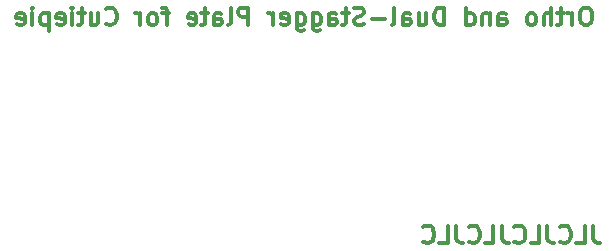
<source format=gbo>
%TF.GenerationSoftware,KiCad,Pcbnew,7.0.6*%
%TF.CreationDate,2023-09-25T15:03:34-04:00*%
%TF.ProjectId,ortho-dual-stagger-cutiepie-plate,6f727468-6f2d-4647-9561-6c2d73746167,rev?*%
%TF.SameCoordinates,PX3164967PY797ec76*%
%TF.FileFunction,Legend,Bot*%
%TF.FilePolarity,Positive*%
%FSLAX46Y46*%
G04 Gerber Fmt 4.6, Leading zero omitted, Abs format (unit mm)*
G04 Created by KiCad (PCBNEW 7.0.6) date 2023-09-25 15:03:34*
%MOMM*%
%LPD*%
G01*
G04 APERTURE LIST*
%ADD10C,0.300000*%
G04 APERTURE END LIST*
D10*
X195613064Y25791747D02*
X195327350Y25791747D01*
X195327350Y25791747D02*
X195184493Y25720318D01*
X195184493Y25720318D02*
X195041636Y25577461D01*
X195041636Y25577461D02*
X194970207Y25291747D01*
X194970207Y25291747D02*
X194970207Y24791747D01*
X194970207Y24791747D02*
X195041636Y24506033D01*
X195041636Y24506033D02*
X195184493Y24363175D01*
X195184493Y24363175D02*
X195327350Y24291747D01*
X195327350Y24291747D02*
X195613064Y24291747D01*
X195613064Y24291747D02*
X195755922Y24363175D01*
X195755922Y24363175D02*
X195898779Y24506033D01*
X195898779Y24506033D02*
X195970207Y24791747D01*
X195970207Y24791747D02*
X195970207Y25291747D01*
X195970207Y25291747D02*
X195898779Y25577461D01*
X195898779Y25577461D02*
X195755922Y25720318D01*
X195755922Y25720318D02*
X195613064Y25791747D01*
X194327350Y24291747D02*
X194327350Y25291747D01*
X194327350Y25006033D02*
X194255921Y25148890D01*
X194255921Y25148890D02*
X194184493Y25220318D01*
X194184493Y25220318D02*
X194041635Y25291747D01*
X194041635Y25291747D02*
X193898778Y25291747D01*
X193613064Y25291747D02*
X193041636Y25291747D01*
X193398779Y25791747D02*
X193398779Y24506033D01*
X193398779Y24506033D02*
X193327350Y24363175D01*
X193327350Y24363175D02*
X193184493Y24291747D01*
X193184493Y24291747D02*
X193041636Y24291747D01*
X192541636Y24291747D02*
X192541636Y25791747D01*
X191898779Y24291747D02*
X191898779Y25077461D01*
X191898779Y25077461D02*
X191970207Y25220318D01*
X191970207Y25220318D02*
X192113064Y25291747D01*
X192113064Y25291747D02*
X192327350Y25291747D01*
X192327350Y25291747D02*
X192470207Y25220318D01*
X192470207Y25220318D02*
X192541636Y25148890D01*
X190970207Y24291747D02*
X191113064Y24363175D01*
X191113064Y24363175D02*
X191184493Y24434604D01*
X191184493Y24434604D02*
X191255921Y24577461D01*
X191255921Y24577461D02*
X191255921Y25006033D01*
X191255921Y25006033D02*
X191184493Y25148890D01*
X191184493Y25148890D02*
X191113064Y25220318D01*
X191113064Y25220318D02*
X190970207Y25291747D01*
X190970207Y25291747D02*
X190755921Y25291747D01*
X190755921Y25291747D02*
X190613064Y25220318D01*
X190613064Y25220318D02*
X190541636Y25148890D01*
X190541636Y25148890D02*
X190470207Y25006033D01*
X190470207Y25006033D02*
X190470207Y24577461D01*
X190470207Y24577461D02*
X190541636Y24434604D01*
X190541636Y24434604D02*
X190613064Y24363175D01*
X190613064Y24363175D02*
X190755921Y24291747D01*
X190755921Y24291747D02*
X190970207Y24291747D01*
X188041636Y24291747D02*
X188041636Y25077461D01*
X188041636Y25077461D02*
X188113064Y25220318D01*
X188113064Y25220318D02*
X188255921Y25291747D01*
X188255921Y25291747D02*
X188541636Y25291747D01*
X188541636Y25291747D02*
X188684493Y25220318D01*
X188041636Y24363175D02*
X188184493Y24291747D01*
X188184493Y24291747D02*
X188541636Y24291747D01*
X188541636Y24291747D02*
X188684493Y24363175D01*
X188684493Y24363175D02*
X188755921Y24506033D01*
X188755921Y24506033D02*
X188755921Y24648890D01*
X188755921Y24648890D02*
X188684493Y24791747D01*
X188684493Y24791747D02*
X188541636Y24863175D01*
X188541636Y24863175D02*
X188184493Y24863175D01*
X188184493Y24863175D02*
X188041636Y24934604D01*
X187327350Y25291747D02*
X187327350Y24291747D01*
X187327350Y25148890D02*
X187255921Y25220318D01*
X187255921Y25220318D02*
X187113064Y25291747D01*
X187113064Y25291747D02*
X186898778Y25291747D01*
X186898778Y25291747D02*
X186755921Y25220318D01*
X186755921Y25220318D02*
X186684493Y25077461D01*
X186684493Y25077461D02*
X186684493Y24291747D01*
X185327350Y24291747D02*
X185327350Y25791747D01*
X185327350Y24363175D02*
X185470207Y24291747D01*
X185470207Y24291747D02*
X185755921Y24291747D01*
X185755921Y24291747D02*
X185898778Y24363175D01*
X185898778Y24363175D02*
X185970207Y24434604D01*
X185970207Y24434604D02*
X186041635Y24577461D01*
X186041635Y24577461D02*
X186041635Y25006033D01*
X186041635Y25006033D02*
X185970207Y25148890D01*
X185970207Y25148890D02*
X185898778Y25220318D01*
X185898778Y25220318D02*
X185755921Y25291747D01*
X185755921Y25291747D02*
X185470207Y25291747D01*
X185470207Y25291747D02*
X185327350Y25220318D01*
X183470207Y24291747D02*
X183470207Y25791747D01*
X183470207Y25791747D02*
X183113064Y25791747D01*
X183113064Y25791747D02*
X182898778Y25720318D01*
X182898778Y25720318D02*
X182755921Y25577461D01*
X182755921Y25577461D02*
X182684492Y25434604D01*
X182684492Y25434604D02*
X182613064Y25148890D01*
X182613064Y25148890D02*
X182613064Y24934604D01*
X182613064Y24934604D02*
X182684492Y24648890D01*
X182684492Y24648890D02*
X182755921Y24506033D01*
X182755921Y24506033D02*
X182898778Y24363175D01*
X182898778Y24363175D02*
X183113064Y24291747D01*
X183113064Y24291747D02*
X183470207Y24291747D01*
X181327350Y25291747D02*
X181327350Y24291747D01*
X181970207Y25291747D02*
X181970207Y24506033D01*
X181970207Y24506033D02*
X181898778Y24363175D01*
X181898778Y24363175D02*
X181755921Y24291747D01*
X181755921Y24291747D02*
X181541635Y24291747D01*
X181541635Y24291747D02*
X181398778Y24363175D01*
X181398778Y24363175D02*
X181327350Y24434604D01*
X179970207Y24291747D02*
X179970207Y25077461D01*
X179970207Y25077461D02*
X180041635Y25220318D01*
X180041635Y25220318D02*
X180184492Y25291747D01*
X180184492Y25291747D02*
X180470207Y25291747D01*
X180470207Y25291747D02*
X180613064Y25220318D01*
X179970207Y24363175D02*
X180113064Y24291747D01*
X180113064Y24291747D02*
X180470207Y24291747D01*
X180470207Y24291747D02*
X180613064Y24363175D01*
X180613064Y24363175D02*
X180684492Y24506033D01*
X180684492Y24506033D02*
X180684492Y24648890D01*
X180684492Y24648890D02*
X180613064Y24791747D01*
X180613064Y24791747D02*
X180470207Y24863175D01*
X180470207Y24863175D02*
X180113064Y24863175D01*
X180113064Y24863175D02*
X179970207Y24934604D01*
X179041635Y24291747D02*
X179184492Y24363175D01*
X179184492Y24363175D02*
X179255921Y24506033D01*
X179255921Y24506033D02*
X179255921Y25791747D01*
X178470207Y24863175D02*
X177327350Y24863175D01*
X176684492Y24363175D02*
X176470207Y24291747D01*
X176470207Y24291747D02*
X176113064Y24291747D01*
X176113064Y24291747D02*
X175970207Y24363175D01*
X175970207Y24363175D02*
X175898778Y24434604D01*
X175898778Y24434604D02*
X175827349Y24577461D01*
X175827349Y24577461D02*
X175827349Y24720318D01*
X175827349Y24720318D02*
X175898778Y24863175D01*
X175898778Y24863175D02*
X175970207Y24934604D01*
X175970207Y24934604D02*
X176113064Y25006033D01*
X176113064Y25006033D02*
X176398778Y25077461D01*
X176398778Y25077461D02*
X176541635Y25148890D01*
X176541635Y25148890D02*
X176613064Y25220318D01*
X176613064Y25220318D02*
X176684492Y25363175D01*
X176684492Y25363175D02*
X176684492Y25506033D01*
X176684492Y25506033D02*
X176613064Y25648890D01*
X176613064Y25648890D02*
X176541635Y25720318D01*
X176541635Y25720318D02*
X176398778Y25791747D01*
X176398778Y25791747D02*
X176041635Y25791747D01*
X176041635Y25791747D02*
X175827349Y25720318D01*
X175398778Y25291747D02*
X174827350Y25291747D01*
X175184493Y25791747D02*
X175184493Y24506033D01*
X175184493Y24506033D02*
X175113064Y24363175D01*
X175113064Y24363175D02*
X174970207Y24291747D01*
X174970207Y24291747D02*
X174827350Y24291747D01*
X173684493Y24291747D02*
X173684493Y25077461D01*
X173684493Y25077461D02*
X173755921Y25220318D01*
X173755921Y25220318D02*
X173898778Y25291747D01*
X173898778Y25291747D02*
X174184493Y25291747D01*
X174184493Y25291747D02*
X174327350Y25220318D01*
X173684493Y24363175D02*
X173827350Y24291747D01*
X173827350Y24291747D02*
X174184493Y24291747D01*
X174184493Y24291747D02*
X174327350Y24363175D01*
X174327350Y24363175D02*
X174398778Y24506033D01*
X174398778Y24506033D02*
X174398778Y24648890D01*
X174398778Y24648890D02*
X174327350Y24791747D01*
X174327350Y24791747D02*
X174184493Y24863175D01*
X174184493Y24863175D02*
X173827350Y24863175D01*
X173827350Y24863175D02*
X173684493Y24934604D01*
X172327350Y25291747D02*
X172327350Y24077461D01*
X172327350Y24077461D02*
X172398778Y23934604D01*
X172398778Y23934604D02*
X172470207Y23863175D01*
X172470207Y23863175D02*
X172613064Y23791747D01*
X172613064Y23791747D02*
X172827350Y23791747D01*
X172827350Y23791747D02*
X172970207Y23863175D01*
X172327350Y24363175D02*
X172470207Y24291747D01*
X172470207Y24291747D02*
X172755921Y24291747D01*
X172755921Y24291747D02*
X172898778Y24363175D01*
X172898778Y24363175D02*
X172970207Y24434604D01*
X172970207Y24434604D02*
X173041635Y24577461D01*
X173041635Y24577461D02*
X173041635Y25006033D01*
X173041635Y25006033D02*
X172970207Y25148890D01*
X172970207Y25148890D02*
X172898778Y25220318D01*
X172898778Y25220318D02*
X172755921Y25291747D01*
X172755921Y25291747D02*
X172470207Y25291747D01*
X172470207Y25291747D02*
X172327350Y25220318D01*
X170970207Y25291747D02*
X170970207Y24077461D01*
X170970207Y24077461D02*
X171041635Y23934604D01*
X171041635Y23934604D02*
X171113064Y23863175D01*
X171113064Y23863175D02*
X171255921Y23791747D01*
X171255921Y23791747D02*
X171470207Y23791747D01*
X171470207Y23791747D02*
X171613064Y23863175D01*
X170970207Y24363175D02*
X171113064Y24291747D01*
X171113064Y24291747D02*
X171398778Y24291747D01*
X171398778Y24291747D02*
X171541635Y24363175D01*
X171541635Y24363175D02*
X171613064Y24434604D01*
X171613064Y24434604D02*
X171684492Y24577461D01*
X171684492Y24577461D02*
X171684492Y25006033D01*
X171684492Y25006033D02*
X171613064Y25148890D01*
X171613064Y25148890D02*
X171541635Y25220318D01*
X171541635Y25220318D02*
X171398778Y25291747D01*
X171398778Y25291747D02*
X171113064Y25291747D01*
X171113064Y25291747D02*
X170970207Y25220318D01*
X169684492Y24363175D02*
X169827349Y24291747D01*
X169827349Y24291747D02*
X170113064Y24291747D01*
X170113064Y24291747D02*
X170255921Y24363175D01*
X170255921Y24363175D02*
X170327349Y24506033D01*
X170327349Y24506033D02*
X170327349Y25077461D01*
X170327349Y25077461D02*
X170255921Y25220318D01*
X170255921Y25220318D02*
X170113064Y25291747D01*
X170113064Y25291747D02*
X169827349Y25291747D01*
X169827349Y25291747D02*
X169684492Y25220318D01*
X169684492Y25220318D02*
X169613064Y25077461D01*
X169613064Y25077461D02*
X169613064Y24934604D01*
X169613064Y24934604D02*
X170327349Y24791747D01*
X168970207Y24291747D02*
X168970207Y25291747D01*
X168970207Y25006033D02*
X168898778Y25148890D01*
X168898778Y25148890D02*
X168827350Y25220318D01*
X168827350Y25220318D02*
X168684492Y25291747D01*
X168684492Y25291747D02*
X168541635Y25291747D01*
X166898779Y24291747D02*
X166898779Y25791747D01*
X166898779Y25791747D02*
X166327350Y25791747D01*
X166327350Y25791747D02*
X166184493Y25720318D01*
X166184493Y25720318D02*
X166113064Y25648890D01*
X166113064Y25648890D02*
X166041636Y25506033D01*
X166041636Y25506033D02*
X166041636Y25291747D01*
X166041636Y25291747D02*
X166113064Y25148890D01*
X166113064Y25148890D02*
X166184493Y25077461D01*
X166184493Y25077461D02*
X166327350Y25006033D01*
X166327350Y25006033D02*
X166898779Y25006033D01*
X165184493Y24291747D02*
X165327350Y24363175D01*
X165327350Y24363175D02*
X165398779Y24506033D01*
X165398779Y24506033D02*
X165398779Y25791747D01*
X163970208Y24291747D02*
X163970208Y25077461D01*
X163970208Y25077461D02*
X164041636Y25220318D01*
X164041636Y25220318D02*
X164184493Y25291747D01*
X164184493Y25291747D02*
X164470208Y25291747D01*
X164470208Y25291747D02*
X164613065Y25220318D01*
X163970208Y24363175D02*
X164113065Y24291747D01*
X164113065Y24291747D02*
X164470208Y24291747D01*
X164470208Y24291747D02*
X164613065Y24363175D01*
X164613065Y24363175D02*
X164684493Y24506033D01*
X164684493Y24506033D02*
X164684493Y24648890D01*
X164684493Y24648890D02*
X164613065Y24791747D01*
X164613065Y24791747D02*
X164470208Y24863175D01*
X164470208Y24863175D02*
X164113065Y24863175D01*
X164113065Y24863175D02*
X163970208Y24934604D01*
X163470207Y25291747D02*
X162898779Y25291747D01*
X163255922Y25791747D02*
X163255922Y24506033D01*
X163255922Y24506033D02*
X163184493Y24363175D01*
X163184493Y24363175D02*
X163041636Y24291747D01*
X163041636Y24291747D02*
X162898779Y24291747D01*
X161827350Y24363175D02*
X161970207Y24291747D01*
X161970207Y24291747D02*
X162255922Y24291747D01*
X162255922Y24291747D02*
X162398779Y24363175D01*
X162398779Y24363175D02*
X162470207Y24506033D01*
X162470207Y24506033D02*
X162470207Y25077461D01*
X162470207Y25077461D02*
X162398779Y25220318D01*
X162398779Y25220318D02*
X162255922Y25291747D01*
X162255922Y25291747D02*
X161970207Y25291747D01*
X161970207Y25291747D02*
X161827350Y25220318D01*
X161827350Y25220318D02*
X161755922Y25077461D01*
X161755922Y25077461D02*
X161755922Y24934604D01*
X161755922Y24934604D02*
X162470207Y24791747D01*
X160184493Y25291747D02*
X159613065Y25291747D01*
X159970208Y24291747D02*
X159970208Y25577461D01*
X159970208Y25577461D02*
X159898779Y25720318D01*
X159898779Y25720318D02*
X159755922Y25791747D01*
X159755922Y25791747D02*
X159613065Y25791747D01*
X158898779Y24291747D02*
X159041636Y24363175D01*
X159041636Y24363175D02*
X159113065Y24434604D01*
X159113065Y24434604D02*
X159184493Y24577461D01*
X159184493Y24577461D02*
X159184493Y25006033D01*
X159184493Y25006033D02*
X159113065Y25148890D01*
X159113065Y25148890D02*
X159041636Y25220318D01*
X159041636Y25220318D02*
X158898779Y25291747D01*
X158898779Y25291747D02*
X158684493Y25291747D01*
X158684493Y25291747D02*
X158541636Y25220318D01*
X158541636Y25220318D02*
X158470208Y25148890D01*
X158470208Y25148890D02*
X158398779Y25006033D01*
X158398779Y25006033D02*
X158398779Y24577461D01*
X158398779Y24577461D02*
X158470208Y24434604D01*
X158470208Y24434604D02*
X158541636Y24363175D01*
X158541636Y24363175D02*
X158684493Y24291747D01*
X158684493Y24291747D02*
X158898779Y24291747D01*
X157755922Y24291747D02*
X157755922Y25291747D01*
X157755922Y25006033D02*
X157684493Y25148890D01*
X157684493Y25148890D02*
X157613065Y25220318D01*
X157613065Y25220318D02*
X157470207Y25291747D01*
X157470207Y25291747D02*
X157327350Y25291747D01*
X154827351Y24434604D02*
X154898779Y24363175D01*
X154898779Y24363175D02*
X155113065Y24291747D01*
X155113065Y24291747D02*
X155255922Y24291747D01*
X155255922Y24291747D02*
X155470208Y24363175D01*
X155470208Y24363175D02*
X155613065Y24506033D01*
X155613065Y24506033D02*
X155684494Y24648890D01*
X155684494Y24648890D02*
X155755922Y24934604D01*
X155755922Y24934604D02*
X155755922Y25148890D01*
X155755922Y25148890D02*
X155684494Y25434604D01*
X155684494Y25434604D02*
X155613065Y25577461D01*
X155613065Y25577461D02*
X155470208Y25720318D01*
X155470208Y25720318D02*
X155255922Y25791747D01*
X155255922Y25791747D02*
X155113065Y25791747D01*
X155113065Y25791747D02*
X154898779Y25720318D01*
X154898779Y25720318D02*
X154827351Y25648890D01*
X153541637Y25291747D02*
X153541637Y24291747D01*
X154184494Y25291747D02*
X154184494Y24506033D01*
X154184494Y24506033D02*
X154113065Y24363175D01*
X154113065Y24363175D02*
X153970208Y24291747D01*
X153970208Y24291747D02*
X153755922Y24291747D01*
X153755922Y24291747D02*
X153613065Y24363175D01*
X153613065Y24363175D02*
X153541637Y24434604D01*
X153041636Y25291747D02*
X152470208Y25291747D01*
X152827351Y25791747D02*
X152827351Y24506033D01*
X152827351Y24506033D02*
X152755922Y24363175D01*
X152755922Y24363175D02*
X152613065Y24291747D01*
X152613065Y24291747D02*
X152470208Y24291747D01*
X151970208Y24291747D02*
X151970208Y25291747D01*
X151970208Y25791747D02*
X152041636Y25720318D01*
X152041636Y25720318D02*
X151970208Y25648890D01*
X151970208Y25648890D02*
X151898779Y25720318D01*
X151898779Y25720318D02*
X151970208Y25791747D01*
X151970208Y25791747D02*
X151970208Y25648890D01*
X150684493Y24363175D02*
X150827350Y24291747D01*
X150827350Y24291747D02*
X151113065Y24291747D01*
X151113065Y24291747D02*
X151255922Y24363175D01*
X151255922Y24363175D02*
X151327350Y24506033D01*
X151327350Y24506033D02*
X151327350Y25077461D01*
X151327350Y25077461D02*
X151255922Y25220318D01*
X151255922Y25220318D02*
X151113065Y25291747D01*
X151113065Y25291747D02*
X150827350Y25291747D01*
X150827350Y25291747D02*
X150684493Y25220318D01*
X150684493Y25220318D02*
X150613065Y25077461D01*
X150613065Y25077461D02*
X150613065Y24934604D01*
X150613065Y24934604D02*
X151327350Y24791747D01*
X149970208Y25291747D02*
X149970208Y23791747D01*
X149970208Y25220318D02*
X149827351Y25291747D01*
X149827351Y25291747D02*
X149541636Y25291747D01*
X149541636Y25291747D02*
X149398779Y25220318D01*
X149398779Y25220318D02*
X149327351Y25148890D01*
X149327351Y25148890D02*
X149255922Y25006033D01*
X149255922Y25006033D02*
X149255922Y24577461D01*
X149255922Y24577461D02*
X149327351Y24434604D01*
X149327351Y24434604D02*
X149398779Y24363175D01*
X149398779Y24363175D02*
X149541636Y24291747D01*
X149541636Y24291747D02*
X149827351Y24291747D01*
X149827351Y24291747D02*
X149970208Y24363175D01*
X148613065Y24291747D02*
X148613065Y25291747D01*
X148613065Y25791747D02*
X148684493Y25720318D01*
X148684493Y25720318D02*
X148613065Y25648890D01*
X148613065Y25648890D02*
X148541636Y25720318D01*
X148541636Y25720318D02*
X148613065Y25791747D01*
X148613065Y25791747D02*
X148613065Y25648890D01*
X147327350Y24363175D02*
X147470207Y24291747D01*
X147470207Y24291747D02*
X147755922Y24291747D01*
X147755922Y24291747D02*
X147898779Y24363175D01*
X147898779Y24363175D02*
X147970207Y24506033D01*
X147970207Y24506033D02*
X147970207Y25077461D01*
X147970207Y25077461D02*
X147898779Y25220318D01*
X147898779Y25220318D02*
X147755922Y25291747D01*
X147755922Y25291747D02*
X147470207Y25291747D01*
X147470207Y25291747D02*
X147327350Y25220318D01*
X147327350Y25220318D02*
X147255922Y25077461D01*
X147255922Y25077461D02*
X147255922Y24934604D01*
X147255922Y24934604D02*
X147970207Y24791747D01*
X196065520Y7337044D02*
X196065520Y6265615D01*
X196065520Y6265615D02*
X196136949Y6051330D01*
X196136949Y6051330D02*
X196279806Y5908472D01*
X196279806Y5908472D02*
X196494092Y5837044D01*
X196494092Y5837044D02*
X196636949Y5837044D01*
X194636949Y5837044D02*
X195351235Y5837044D01*
X195351235Y5837044D02*
X195351235Y7337044D01*
X193279806Y5979901D02*
X193351234Y5908472D01*
X193351234Y5908472D02*
X193565520Y5837044D01*
X193565520Y5837044D02*
X193708377Y5837044D01*
X193708377Y5837044D02*
X193922663Y5908472D01*
X193922663Y5908472D02*
X194065520Y6051330D01*
X194065520Y6051330D02*
X194136949Y6194187D01*
X194136949Y6194187D02*
X194208377Y6479901D01*
X194208377Y6479901D02*
X194208377Y6694187D01*
X194208377Y6694187D02*
X194136949Y6979901D01*
X194136949Y6979901D02*
X194065520Y7122758D01*
X194065520Y7122758D02*
X193922663Y7265615D01*
X193922663Y7265615D02*
X193708377Y7337044D01*
X193708377Y7337044D02*
X193565520Y7337044D01*
X193565520Y7337044D02*
X193351234Y7265615D01*
X193351234Y7265615D02*
X193279806Y7194187D01*
X192208377Y7337044D02*
X192208377Y6265615D01*
X192208377Y6265615D02*
X192279806Y6051330D01*
X192279806Y6051330D02*
X192422663Y5908472D01*
X192422663Y5908472D02*
X192636949Y5837044D01*
X192636949Y5837044D02*
X192779806Y5837044D01*
X190779806Y5837044D02*
X191494092Y5837044D01*
X191494092Y5837044D02*
X191494092Y7337044D01*
X189422663Y5979901D02*
X189494091Y5908472D01*
X189494091Y5908472D02*
X189708377Y5837044D01*
X189708377Y5837044D02*
X189851234Y5837044D01*
X189851234Y5837044D02*
X190065520Y5908472D01*
X190065520Y5908472D02*
X190208377Y6051330D01*
X190208377Y6051330D02*
X190279806Y6194187D01*
X190279806Y6194187D02*
X190351234Y6479901D01*
X190351234Y6479901D02*
X190351234Y6694187D01*
X190351234Y6694187D02*
X190279806Y6979901D01*
X190279806Y6979901D02*
X190208377Y7122758D01*
X190208377Y7122758D02*
X190065520Y7265615D01*
X190065520Y7265615D02*
X189851234Y7337044D01*
X189851234Y7337044D02*
X189708377Y7337044D01*
X189708377Y7337044D02*
X189494091Y7265615D01*
X189494091Y7265615D02*
X189422663Y7194187D01*
X188351234Y7337044D02*
X188351234Y6265615D01*
X188351234Y6265615D02*
X188422663Y6051330D01*
X188422663Y6051330D02*
X188565520Y5908472D01*
X188565520Y5908472D02*
X188779806Y5837044D01*
X188779806Y5837044D02*
X188922663Y5837044D01*
X186922663Y5837044D02*
X187636949Y5837044D01*
X187636949Y5837044D02*
X187636949Y7337044D01*
X185565520Y5979901D02*
X185636948Y5908472D01*
X185636948Y5908472D02*
X185851234Y5837044D01*
X185851234Y5837044D02*
X185994091Y5837044D01*
X185994091Y5837044D02*
X186208377Y5908472D01*
X186208377Y5908472D02*
X186351234Y6051330D01*
X186351234Y6051330D02*
X186422663Y6194187D01*
X186422663Y6194187D02*
X186494091Y6479901D01*
X186494091Y6479901D02*
X186494091Y6694187D01*
X186494091Y6694187D02*
X186422663Y6979901D01*
X186422663Y6979901D02*
X186351234Y7122758D01*
X186351234Y7122758D02*
X186208377Y7265615D01*
X186208377Y7265615D02*
X185994091Y7337044D01*
X185994091Y7337044D02*
X185851234Y7337044D01*
X185851234Y7337044D02*
X185636948Y7265615D01*
X185636948Y7265615D02*
X185565520Y7194187D01*
X184494091Y7337044D02*
X184494091Y6265615D01*
X184494091Y6265615D02*
X184565520Y6051330D01*
X184565520Y6051330D02*
X184708377Y5908472D01*
X184708377Y5908472D02*
X184922663Y5837044D01*
X184922663Y5837044D02*
X185065520Y5837044D01*
X183065520Y5837044D02*
X183779806Y5837044D01*
X183779806Y5837044D02*
X183779806Y7337044D01*
X181708377Y5979901D02*
X181779805Y5908472D01*
X181779805Y5908472D02*
X181994091Y5837044D01*
X181994091Y5837044D02*
X182136948Y5837044D01*
X182136948Y5837044D02*
X182351234Y5908472D01*
X182351234Y5908472D02*
X182494091Y6051330D01*
X182494091Y6051330D02*
X182565520Y6194187D01*
X182565520Y6194187D02*
X182636948Y6479901D01*
X182636948Y6479901D02*
X182636948Y6694187D01*
X182636948Y6694187D02*
X182565520Y6979901D01*
X182565520Y6979901D02*
X182494091Y7122758D01*
X182494091Y7122758D02*
X182351234Y7265615D01*
X182351234Y7265615D02*
X182136948Y7337044D01*
X182136948Y7337044D02*
X181994091Y7337044D01*
X181994091Y7337044D02*
X181779805Y7265615D01*
X181779805Y7265615D02*
X181708377Y7194187D01*
M02*

</source>
